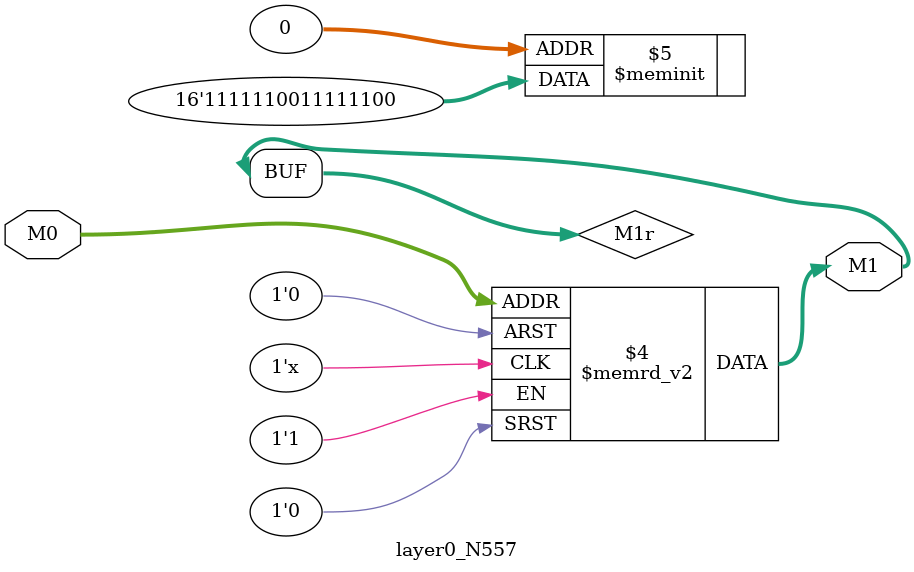
<source format=v>
module layer0_N557 ( input [2:0] M0, output [1:0] M1 );

	(*rom_style = "distributed" *) reg [1:0] M1r;
	assign M1 = M1r;
	always @ (M0) begin
		case (M0)
			3'b000: M1r = 2'b00;
			3'b100: M1r = 2'b00;
			3'b010: M1r = 2'b11;
			3'b110: M1r = 2'b11;
			3'b001: M1r = 2'b11;
			3'b101: M1r = 2'b11;
			3'b011: M1r = 2'b11;
			3'b111: M1r = 2'b11;

		endcase
	end
endmodule

</source>
